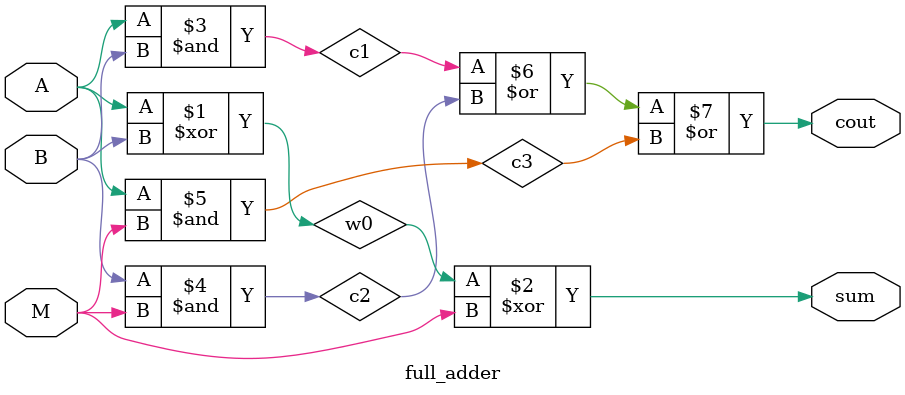
<source format=v>
`timescale 1ns / 1ps

module four_bit_adder_sub(S, C4, A, B, M);
output [3:0]S;
output C4;
input [3:0]A, B;
input M;
wire [4:1]X;
wire [3:1]C;

xor t1(X[1],B[0],M);
xor t2(X[2],B[1],M);
xor t3(X[3],B[2],M);
xor t4(X[4],B[3],M);

full_adder FA0(S[0],C[1],A[0],X[1],M);
full_adder FA1(S[1],C[2],A[1],X[2],C[1]);
full_adder FA2(S[2],C[3],A[2],X[3],C[2]);
full_adder FA3(S[3],C4,A[3],X[4],C[3]);

endmodule

module full_adder(sum,cout,A,B,M);
output sum,cout;
input A,B,M;
wire w0,c1,c2,c3;
xor x1(w0,A,B);
xor x2(sum,w0,M);

and a1(c1,A,B);
and a2(c2,B,M); 
and a3(c3,A,M);

or carry (cout,c1,c2,c3);

endmodule

</source>
